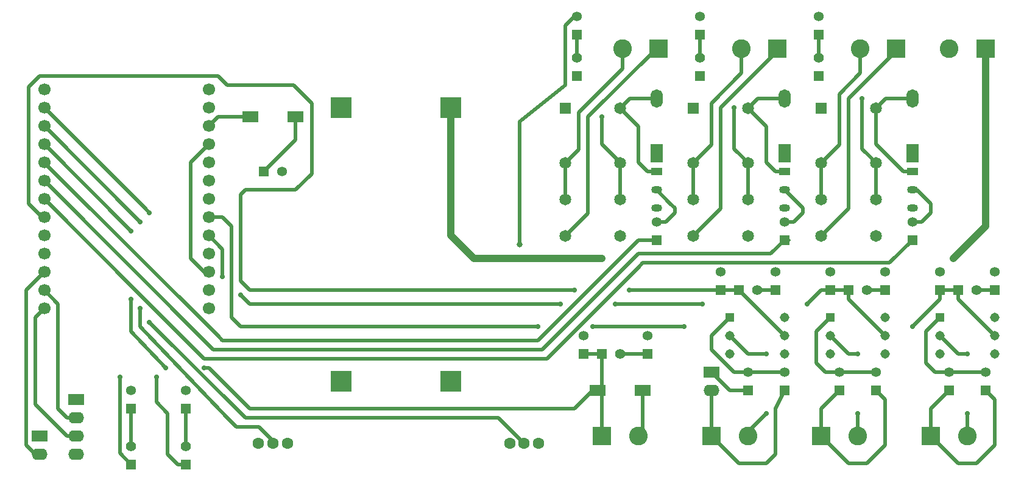
<source format=gbr>
G04 --- HEADER BEGIN --- *
G04 #@! TF.GenerationSoftware,LibrePCB,LibrePCB,1.3.0*
G04 #@! TF.CreationDate,2025-10-25T23:30:35*
G04 #@! TF.ProjectId,GateGuardian - Sommer Twist 350 Swing Gate,8a633c5c-b075-4c35-a81d-aba18a590e16,v1.1*
G04 #@! TF.Part,Single*
G04 #@! TF.SameCoordinates*
G04 #@! TF.FileFunction,Copper,L1,Top*
G04 #@! TF.FilePolarity,Positive*
%FSLAX66Y66*%
%MOMM*%
G01*
G75*
G04 --- HEADER END --- *
G04 --- APERTURE LIST BEGIN --- *
G04 #@! TA.AperFunction,ComponentPad*
%ADD10C,1.36*%
%ADD11R,1.36X1.36*%
%ADD12C,1.7*%
%ADD13R,2.6X2.6*%
%ADD14C,2.6*%
%ADD15O,1.7X2.55*%
%ADD16R,1.7X2.55*%
%ADD17O,2.19X1.587*%
%ADD18R,2.19X1.587*%
G04 #@! TA.AperFunction,SMDPad,CuDef*
%ADD19R,2.3X1.6*%
G04 #@! TA.AperFunction,ComponentPad*
%ADD20R,1.4X1.4*%
%ADD21C,1.4*%
%ADD22C,1.65*%
%ADD23R,1.65X1.65*%
%ADD24C,1.308*%
%ADD25R,1.308X1.308*%
%ADD26R,3.0X3.0*%
%ADD27O,1.5X1.05*%
%ADD28R,1.5X1.05*%
%ADD29C,1.6*%
G04 #@! TA.AperFunction,Conductor*
%ADD30C,0.5*%
G04 #@! TA.AperFunction,ViaPad*
%ADD31C,0.8*%
%ADD32C,0.7*%
%ADD33C,1.0*%
G04 #@! TA.AperFunction,Conductor*
%ADD34C,1.0*%
G04 #@! TD*
G04 --- APERTURE LIST END --- *
G04 --- BOARD BEGIN --- *
D10*
G04 #@! TO.N,VCC*
G04 #@! TO.C,R14*
G04 #@! TO.P,R14,2,2*
X128270000Y29210000D03*
D11*
G04 #@! TO.N,NET_INPUT2*
G04 #@! TO.P,R14,1,1*
X128270000Y26670000D03*
D10*
G04 #@! TO.N,VCC*
G04 #@! TO.C,R8*
G04 #@! TO.P,R8,2,2*
X94932500Y64770000D03*
D11*
G04 #@! TO.N,N22*
G04 #@! TO.P,R8,1,1*
X94932500Y62230000D03*
D12*
G04 #@! TO.N,N38*
G04 #@! TO.C,U4*
G04 #@! TO.P,U4,24,IO0/PRG_LOW/ETH_CLK*
X3810000Y29210000D03*
G04 #@! TO.N,NET_INPUT2*
G04 #@! TO.P,U4,6,IO33/ADC1_CH5/TCH8*
X26670000Y36830000D03*
G04 #@! TO.N,NET_RESET*
G04 #@! TO.P,U4,4,ESP32_EN*
X26670000Y31750000D03*
G04 #@! TO.N,NET_5V_RAIL*
G04 #@! TO.P,U4,12,5V*
X26670000Y52070000D03*
G04 #@! TO.N,N5*
G04 #@! TO.P,U4,25,IO3/PRG_RX*
X3810000Y26670000D03*
G04 #@! TO.N,NET_SENSOR_1*
G04 #@! TO.P,U4,16,IO4/ADC2_CH0/TCH0*
X3810000Y49530000D03*
G04 #@! TO.N,NET_INPUT1*
G04 #@! TO.P,U4,5,IO32/ADC1_CH4/TCH9*
X26670000Y34290000D03*
G04 #@! TO.N,NET_INPUT4*
G04 #@! TO.P,U4,17,IO35/ADC1_CH7/INPUT_ONLY*
X3810000Y46990000D03*
G04 #@! TO.N,VCC*
G04 #@! TO.P,U4,10,3.3V_1*
X26670000Y46990000D03*
G04 #@! TO.N,N6*
G04 #@! TO.P,U4,26,IO1/PRG_TX*
X3810000Y24130000D03*
G04 #@! TO.N,N/C*
G04 #@! TO.P,U4,13,LINK_LED*
X26670000Y54610000D03*
G04 #@! TO.N,GND*
G04 #@! TO.P,U4,11,GND_1*
X26670000Y49530000D03*
G04 #@! TO.N,NET_LED1*
G04 #@! TO.P,U4,8,IO17/UART2_TX*
X26670000Y41910000D03*
G04 #@! TO.N,VCC*
G04 #@! TO.P,U4,3,3.3V_2*
X26670000Y29210000D03*
G04 #@! TO.N,NET_INPUT3*
G04 #@! TO.P,U4,21,IO36/ADC1_CH0/INPUT_ONLY*
X3810000Y36830000D03*
G04 #@! TO.N,N4*
G04 #@! TO.P,U4,22,IO39/ADC1_CH3/INPUT_ONLY*
X3810000Y34290000D03*
G04 #@! TO.N,GND*
G04 #@! TO.P,U4,23,GND_4*
X3810000Y31750000D03*
G04 #@! TO.N,NET_SENSOR_2*
G04 #@! TO.P,U4,15,IO2/ADC2_CH2/TCH2/PRG_FLOAT_OR_G*
X3810000Y52070000D03*
G04 #@! TO.N,NET_OUTPUT3*
G04 #@! TO.P,U4,18,IO12/ADC2_CH5/TCH5/BOOT_FLOAT_OR*
X3810000Y44450000D03*
G04 #@! TO.N,NET_LED2*
G04 #@! TO.P,U4,7,IO5/BOOT_FLOAT*
X26670000Y39370000D03*
G04 #@! TO.N,GND*
G04 #@! TO.P,U4,9,GND_5*
X26670000Y44450000D03*
G04 #@! TO.N,NET_OUTPUT2*
G04 #@! TO.P,U4,19,IO14/ADC2_CH6/TCH6*
X3810000Y41910000D03*
G04 #@! TO.N,N/C*
G04 #@! TO.P,U4,1,CLK_EN*
X26670000Y24130000D03*
G04 #@! TO.N,GND*
G04 #@! TO.P,U4,14,GND_2*
X3810000Y54610000D03*
G04 #@! TO.N,NET_OUTPUT1*
G04 #@! TO.P,U4,20,IO15/ADC2_CH3/TCH3*
X3810000Y39370000D03*
G04 #@! TO.N,GND*
G04 #@! TO.P,U4,2,GND_3*
X26670000Y26670000D03*
D13*
G04 #@! TO.N,N17*
G04 #@! TO.C,J4*
G04 #@! TO.P,J4,1,1*
X105687500Y60325000D03*
D14*
G04 #@! TO.N,N16*
G04 #@! TO.P,J4,2,2*
X100687500Y60325000D03*
D15*
G04 #@! TO.N,N29*
G04 #@! TO.C,D2*
G04 #@! TO.P,D2,2,A*
X106680000Y53340000D03*
D16*
G04 #@! TO.N,NET_5V_RAIL*
G04 #@! TO.P,D2,1,C*
X106680000Y45720000D03*
D10*
G04 #@! TO.N,N33*
G04 #@! TO.C,R12*
G04 #@! TO.P,R12,2,2*
X88900000Y36195000D03*
D11*
G04 #@! TO.N,NET_OUTPUT3*
G04 #@! TO.P,R12,1,1*
X88900000Y33655000D03*
D17*
G04 #@! TO.N,N38*
G04 #@! TO.C,J2*
G04 #@! TO.P,J2,2,2*
X3175000Y3810000D03*
D18*
G04 #@! TO.N,GND*
G04 #@! TO.P,J2,1,1*
X3175000Y6350000D03*
D10*
G04 #@! TO.N,VCC*
G04 #@! TO.C,R15*
G04 #@! TO.P,R15,2,2*
X78740000Y20320000D03*
D11*
G04 #@! TO.N,NET_INPUT4*
G04 #@! TO.P,R15,1,1*
X78740000Y17780000D03*
D19*
G04 #@! TO.N,GND*
G04 #@! TO.C,S2*
G04 #@! TO.P,S2,1,1*
X32410000Y50800000D03*
G04 #@! TO.N,NET_RESET*
G04 #@! TO.P,S2,2,2*
X38710000Y50800000D03*
D20*
G04 #@! TO.N,NET_INPUT4*
G04 #@! TO.C,GATE*
G04 #@! TO.P,GATE,C,C*
X81280000Y17780000D03*
D21*
G04 #@! TO.N,N31*
G04 #@! TO.P,GATE,A,A*
X83820000Y17780000D03*
D10*
G04 #@! TO.N,N45*
G04 #@! TO.C,R17*
G04 #@! TO.P,R17,2,2*
X101600000Y15240000D03*
D11*
G04 #@! TO.N,N37*
G04 #@! TO.P,R17,1,1*
X101600000Y12700000D03*
D13*
G04 #@! TO.N,NET_24V_RAIL*
G04 #@! TO.C,J11*
G04 #@! TO.P,J11,1,1*
X134580000Y60325000D03*
D14*
G04 #@! TO.N,GND*
G04 #@! TO.P,J11,2,2*
X129580000Y60325000D03*
D22*
G04 #@! TO.N,N1*
G04 #@! TO.C,K1*
G04 #@! TO.P,K1,4,COM1*
X111760000Y44340000D03*
G04 #@! TO.N,N20*
G04 #@! TO.P,K1,11,NC2*
X119380000Y39260000D03*
G04 #@! TO.N,N30*
G04 #@! TO.P,K1,16,COIL2*
X119380000Y51960000D03*
G04 #@! TO.N,GND*
G04 #@! TO.P,K1,9,NO2*
X119380000Y34180000D03*
G04 #@! TO.N,N20*
G04 #@! TO.P,K1,13,COM2*
X119380000Y44340000D03*
D23*
G04 #@! TO.N,NET_5V_RAIL*
G04 #@! TO.P,K1,1,COIL1*
X111760000Y51960000D03*
D22*
G04 #@! TO.N,N1*
G04 #@! TO.P,K1,6,NC1*
X111760000Y39260000D03*
G04 #@! TO.N,N15*
G04 #@! TO.P,K1,8,NO1*
X111760000Y34180000D03*
D24*
G04 #@! TO.N,GND*
G04 #@! TO.C,U1*
G04 #@! TO.P,U1,4,E*
X120650000Y17780000D03*
G04 #@! TO.N,N2*
G04 #@! TO.P,U1,2,K*
X113030000Y20320000D03*
D25*
G04 #@! TO.N,N11*
G04 #@! TO.P,U1,1,A*
X113030000Y22860000D03*
D24*
G04 #@! TO.N,NET_INPUT1*
G04 #@! TO.P,U1,5,C*
X120650000Y20320000D03*
G04 #@! TO.N,N/C*
G04 #@! TO.P,U1,3*
X113030000Y17780000D03*
G04 #@! TO.P,U1,6,B*
X120650000Y22860000D03*
G04 #@! TO.N,GND*
G04 #@! TO.C,U2*
G04 #@! TO.P,U2,4,E*
X135890000Y17780000D03*
G04 #@! TO.N,N14*
G04 #@! TO.P,U2,2,K*
X128270000Y20320000D03*
D25*
G04 #@! TO.N,N12*
G04 #@! TO.P,U2,1,A*
X128270000Y22860000D03*
D24*
G04 #@! TO.N,NET_INPUT2*
G04 #@! TO.P,U2,5,C*
X135890000Y20320000D03*
G04 #@! TO.N,N/C*
G04 #@! TO.P,U2,3*
X128270000Y17780000D03*
G04 #@! TO.P,U2,6,B*
X135890000Y22860000D03*
D20*
G04 #@! TO.N,NET_LED1*
G04 #@! TO.C,LED1*
G04 #@! TO.P,LED1,C,C*
X15875000Y2381250D03*
D21*
G04 #@! TO.N,N8*
G04 #@! TO.P,LED1,A,A*
X15875000Y4921250D03*
D17*
G04 #@! TO.N,GND*
G04 #@! TO.C,J1*
G04 #@! TO.P,J1,4,4*
X8255000Y3810000D03*
D18*
G04 #@! TO.N,VCC*
G04 #@! TO.P,J1,1,1*
X8255000Y11430000D03*
D17*
G04 #@! TO.N,N6*
G04 #@! TO.P,J1,3,3*
X8255000Y6350000D03*
G04 #@! TO.N,N5*
G04 #@! TO.P,J1,2,2*
X8255000Y8890000D03*
D20*
G04 #@! TO.N,N23*
G04 #@! TO.C,STOP*
G04 #@! TO.P,STOP,C,C*
X94932500Y56515000D03*
D21*
G04 #@! TO.N,N22*
G04 #@! TO.P,STOP,A,A*
X94932500Y59055000D03*
D10*
G04 #@! TO.N,VCC*
G04 #@! TO.C,R19*
G04 #@! TO.P,R19,2,2*
X97790000Y29210000D03*
D11*
G04 #@! TO.N,NET_INPUT3*
G04 #@! TO.P,R19,1,1*
X97790000Y26670000D03*
D15*
G04 #@! TO.N,N30*
G04 #@! TO.C,D1*
G04 #@! TO.P,D1,2,A*
X124460000Y53340000D03*
D16*
G04 #@! TO.N,NET_5V_RAIL*
G04 #@! TO.P,D1,1,C*
X124460000Y45720000D03*
D20*
G04 #@! TO.N,NET_INPUT1*
G04 #@! TO.C,LOCK*
G04 #@! TO.P,LOCK,C,C*
X115570000Y26670000D03*
D21*
G04 #@! TO.N,N9*
G04 #@! TO.P,LOCK,A,A*
X118110000Y26670000D03*
D19*
G04 #@! TO.N,GND*
G04 #@! TO.C,S4*
G04 #@! TO.P,S4,1,1*
X86970000Y12700000D03*
G04 #@! TO.N,NET_INPUT4*
G04 #@! TO.P,S4,2,2*
X80670000Y12700000D03*
D17*
G04 #@! TO.N,N36*
G04 #@! TO.C,J12*
G04 #@! TO.P,J12,2,2*
X96520000Y12700000D03*
D18*
G04 #@! TO.N,N37*
G04 #@! TO.P,J12,1,1*
X96520000Y15240000D03*
D10*
G04 #@! TO.N,VCC*
G04 #@! TO.C,R21*
G04 #@! TO.P,R21,2,2*
X135890000Y29210000D03*
D11*
G04 #@! TO.N,N35*
G04 #@! TO.P,R21,1,1*
X135890000Y26670000D03*
D26*
G04 #@! TO.N,GND*
G04 #@! TO.C,U5*
G04 #@! TO.P,U5,GND1,GND1*
X45085000Y52070000D03*
G04 #@! TO.N,NET_24V_RAIL*
G04 #@! TO.P,U5,IN,IN*
X60325000Y52070000D03*
G04 #@! TO.N,GND*
G04 #@! TO.P,U5,GND2,GND2*
X45085000Y13970000D03*
G04 #@! TO.N,NET_5V_RAIL*
G04 #@! TO.P,U5,OUT,OUT*
X60325000Y13970000D03*
D10*
G04 #@! TO.N,N26*
G04 #@! TO.C,R10*
G04 #@! TO.P,R10,2,2*
X124460000Y36195000D03*
D11*
G04 #@! TO.N,NET_OUTPUT1*
G04 #@! TO.P,R10,1,1*
X124460000Y33655000D03*
D10*
G04 #@! TO.N,N11*
G04 #@! TO.C,R4*
G04 #@! TO.P,R4,2,2*
X119380000Y15240000D03*
D11*
G04 #@! TO.N,N3*
G04 #@! TO.P,R4,1,1*
X119380000Y12700000D03*
D10*
G04 #@! TO.N,N12*
G04 #@! TO.C,R6*
G04 #@! TO.P,R6,2,2*
X134620000Y15240000D03*
D11*
G04 #@! TO.N,N13*
G04 #@! TO.P,R6,1,1*
X134620000Y12700000D03*
D20*
G04 #@! TO.N,N24*
G04 #@! TO.C,CLOSE*
G04 #@! TO.P,CLOSE,C,C*
X77787500Y56515000D03*
D21*
G04 #@! TO.N,N25*
G04 #@! TO.P,CLOSE,A,A*
X77787500Y59055000D03*
D22*
G04 #@! TO.N,N18*
G04 #@! TO.C,K3*
G04 #@! TO.P,K3,4,COM1*
X76200000Y44340000D03*
G04 #@! TO.N,N24*
G04 #@! TO.P,K3,11,NC2*
X83820000Y39260000D03*
G04 #@! TO.N,N27*
G04 #@! TO.P,K3,16,COIL2*
X83820000Y51960000D03*
G04 #@! TO.N,GND*
G04 #@! TO.P,K3,9,NO2*
X83820000Y34180000D03*
G04 #@! TO.N,N24*
G04 #@! TO.P,K3,13,COM2*
X83820000Y44340000D03*
D23*
G04 #@! TO.N,NET_5V_RAIL*
G04 #@! TO.P,K3,1,COIL1*
X76200000Y51960000D03*
D22*
G04 #@! TO.N,N18*
G04 #@! TO.P,K3,6,NC1*
X76200000Y39260000D03*
G04 #@! TO.N,N19*
G04 #@! TO.P,K3,8,NO1*
X76200000Y34180000D03*
D10*
G04 #@! TO.N,N45*
G04 #@! TO.C,R18*
G04 #@! TO.P,R18,2,2*
X106680000Y15240000D03*
D11*
G04 #@! TO.N,N36*
G04 #@! TO.P,R18,1,1*
X106680000Y12700000D03*
D10*
G04 #@! TO.N,VCC*
G04 #@! TO.C,R9*
G04 #@! TO.P,R9,2,2*
X77787500Y64770000D03*
D11*
G04 #@! TO.N,N25*
G04 #@! TO.P,R9,1,1*
X77787500Y62230000D03*
D10*
G04 #@! TO.N,VCC*
G04 #@! TO.C,R22*
G04 #@! TO.P,R22,2,2*
X105410000Y29210000D03*
D11*
G04 #@! TO.N,N39*
G04 #@! TO.P,R22,1,1*
X105410000Y26670000D03*
D27*
G04 #@! TO.N,N33*
G04 #@! TO.C,Q3*
G04 #@! TO.P,Q3,2,B*
X88900000Y40640000D03*
G04 #@! TO.N,GND*
G04 #@! TO.P,Q3,3,E*
X88900000Y38100000D03*
D28*
G04 #@! TO.N,N27*
G04 #@! TO.P,Q3,1,C*
X88900000Y43180000D03*
D29*
G04 #@! TO.N,VCC*
G04 #@! TO.C,J15*
G04 #@! TO.P,J15,3,3*
X68485000Y5312500D03*
G04 #@! TO.N,GND*
G04 #@! TO.P,J15,1,1*
X72485000Y5312500D03*
G04 #@! TO.N,NET_SENSOR_2*
G04 #@! TO.P,J15,2,2*
X70485000Y5312500D03*
D27*
G04 #@! TO.N,N26*
G04 #@! TO.C,Q1*
G04 #@! TO.P,Q1,2,B*
X124460000Y40640000D03*
G04 #@! TO.N,GND*
G04 #@! TO.P,Q1,3,E*
X124460000Y38100000D03*
D28*
G04 #@! TO.N,N30*
G04 #@! TO.P,Q1,1,C*
X124460000Y43180000D03*
D13*
G04 #@! TO.N,N19*
G04 #@! TO.C,J5*
G04 #@! TO.P,J5,1,1*
X89177500Y60325000D03*
D14*
G04 #@! TO.N,N18*
G04 #@! TO.P,J5,2,2*
X84177500Y60325000D03*
D27*
G04 #@! TO.N,N34*
G04 #@! TO.C,Q2*
G04 #@! TO.P,Q2,2,B*
X106680000Y40640000D03*
G04 #@! TO.N,GND*
G04 #@! TO.P,Q2,3,E*
X106680000Y38100000D03*
D28*
G04 #@! TO.N,N29*
G04 #@! TO.P,Q2,1,C*
X106680000Y43180000D03*
D10*
G04 #@! TO.N,VCC*
G04 #@! TO.C,R25*
G04 #@! TO.P,R25,2,2*
X36830000Y43180000D03*
D11*
G04 #@! TO.N,NET_RESET*
G04 #@! TO.P,R25,1,1*
X34290000Y43180000D03*
D10*
G04 #@! TO.N,VCC*
G04 #@! TO.C,R23*
G04 #@! TO.P,R23,2,2*
X87630000Y20320000D03*
D11*
G04 #@! TO.N,N31*
G04 #@! TO.P,R23,1,1*
X87630000Y17780000D03*
D20*
G04 #@! TO.N,NET_INPUT3*
G04 #@! TO.C,EYE*
G04 #@! TO.P,EYE,C,C*
X100330000Y26670000D03*
D21*
G04 #@! TO.N,N39*
G04 #@! TO.P,EYE,A,A*
X102870000Y26670000D03*
D13*
G04 #@! TO.N,N36*
G04 #@! TO.C,J8*
G04 #@! TO.P,J8,1,1*
X96560000Y6350000D03*
D14*
G04 #@! TO.N,N41*
G04 #@! TO.P,J8,2,2*
X101560000Y6350000D03*
D15*
G04 #@! TO.N,N27*
G04 #@! TO.C,D3*
G04 #@! TO.P,D3,2,A*
X88900000Y53340000D03*
D16*
G04 #@! TO.N,NET_5V_RAIL*
G04 #@! TO.P,D3,1,C*
X88900000Y45720000D03*
D10*
G04 #@! TO.N,VCC*
G04 #@! TO.C,R2*
G04 #@! TO.P,R2,2,2*
X23495000Y12700000D03*
D11*
G04 #@! TO.N,N7*
G04 #@! TO.P,R2,1,1*
X23495000Y10160000D03*
D10*
G04 #@! TO.N,N12*
G04 #@! TO.C,R5*
G04 #@! TO.P,R5,2,2*
X129540000Y15240000D03*
D11*
G04 #@! TO.N,N13*
G04 #@! TO.P,R5,1,1*
X129540000Y12700000D03*
D29*
G04 #@! TO.N,VCC*
G04 #@! TO.C,J10*
G04 #@! TO.P,J10,3,3*
X33560000Y5312500D03*
G04 #@! TO.N,GND*
G04 #@! TO.P,J10,1,1*
X37560000Y5312500D03*
G04 #@! TO.N,NET_SENSOR_1*
G04 #@! TO.P,J10,2,2*
X35560000Y5312500D03*
D22*
G04 #@! TO.N,N16*
G04 #@! TO.C,K2*
G04 #@! TO.P,K2,4,COM1*
X93980000Y44340000D03*
G04 #@! TO.N,N23*
G04 #@! TO.P,K2,11,NC2*
X101600000Y39260000D03*
G04 #@! TO.N,N29*
G04 #@! TO.P,K2,16,COIL2*
X101600000Y51960000D03*
G04 #@! TO.N,GND*
G04 #@! TO.P,K2,9,NO2*
X101600000Y34180000D03*
G04 #@! TO.N,N23*
G04 #@! TO.P,K2,13,COM2*
X101600000Y44340000D03*
D23*
G04 #@! TO.N,NET_5V_RAIL*
G04 #@! TO.P,K2,1,COIL1*
X93980000Y51960000D03*
D22*
G04 #@! TO.N,N16*
G04 #@! TO.P,K2,6,NC1*
X93980000Y39260000D03*
G04 #@! TO.N,N17*
G04 #@! TO.P,K2,8,NO1*
X93980000Y34180000D03*
D10*
G04 #@! TO.N,VCC*
G04 #@! TO.C,R7*
G04 #@! TO.P,R7,2,2*
X111442500Y64770000D03*
D11*
G04 #@! TO.N,N21*
G04 #@! TO.P,R7,1,1*
X111442500Y62230000D03*
D20*
G04 #@! TO.N,NET_LED2*
G04 #@! TO.C,LED2*
G04 #@! TO.P,LED2,C,C*
X23495000Y2381250D03*
D21*
G04 #@! TO.N,N7*
G04 #@! TO.P,LED2,A,A*
X23495000Y4921250D03*
D10*
G04 #@! TO.N,VCC*
G04 #@! TO.C,R13*
G04 #@! TO.P,R13,2,2*
X113030000Y29210000D03*
D11*
G04 #@! TO.N,NET_INPUT1*
G04 #@! TO.P,R13,1,1*
X113030000Y26670000D03*
D10*
G04 #@! TO.N,VCC*
G04 #@! TO.C,R20*
G04 #@! TO.P,R20,2,2*
X120650000Y29210000D03*
D11*
G04 #@! TO.N,N9*
G04 #@! TO.P,R20,1,1*
X120650000Y26670000D03*
D13*
G04 #@! TO.N,N13*
G04 #@! TO.C,J7*
G04 #@! TO.P,J7,1,1*
X127040000Y6350000D03*
D14*
G04 #@! TO.N,N14*
G04 #@! TO.P,J7,2,2*
X132040000Y6350000D03*
D13*
G04 #@! TO.N,N3*
G04 #@! TO.C,J6*
G04 #@! TO.P,J6,1,1*
X111800000Y6350000D03*
D14*
G04 #@! TO.N,N2*
G04 #@! TO.P,J6,2,2*
X116800000Y6350000D03*
D13*
G04 #@! TO.N,N15*
G04 #@! TO.C,J3*
G04 #@! TO.P,J3,1,1*
X122197500Y60325000D03*
D14*
G04 #@! TO.N,N1*
G04 #@! TO.P,J3,2,2*
X117197500Y60325000D03*
D24*
G04 #@! TO.N,GND*
G04 #@! TO.C,U3*
G04 #@! TO.P,U3,4,E*
X106680000Y17780000D03*
G04 #@! TO.N,N41*
G04 #@! TO.P,U3,2,K*
X99060000Y20320000D03*
D25*
G04 #@! TO.N,N45*
G04 #@! TO.P,U3,1,A*
X99060000Y22860000D03*
D24*
G04 #@! TO.N,NET_INPUT3*
G04 #@! TO.P,U3,5,C*
X106680000Y20320000D03*
G04 #@! TO.N,N/C*
G04 #@! TO.P,U3,3*
X99060000Y17780000D03*
G04 #@! TO.P,U3,6,B*
X106680000Y22860000D03*
D20*
G04 #@! TO.N,N20*
G04 #@! TO.C,OPEN*
G04 #@! TO.P,OPEN,C,C*
X111442500Y56515000D03*
D21*
G04 #@! TO.N,N21*
G04 #@! TO.P,OPEN,A,A*
X111442500Y59055000D03*
D10*
G04 #@! TO.N,N11*
G04 #@! TO.C,R3*
G04 #@! TO.P,R3,2,2*
X114300000Y15240000D03*
D11*
G04 #@! TO.N,N3*
G04 #@! TO.P,R3,1,1*
X114300000Y12700000D03*
D20*
G04 #@! TO.N,NET_INPUT2*
G04 #@! TO.C,LIGHT*
G04 #@! TO.P,LIGHT,C,C*
X130810000Y26670000D03*
D21*
G04 #@! TO.N,N35*
G04 #@! TO.P,LIGHT,A,A*
X133350000Y26670000D03*
D10*
G04 #@! TO.N,VCC*
G04 #@! TO.C,R1*
G04 #@! TO.P,R1,2,2*
X15875000Y12700000D03*
D11*
G04 #@! TO.N,N8*
G04 #@! TO.P,R1,1,1*
X15875000Y10160000D03*
D13*
G04 #@! TO.N,NET_INPUT4*
G04 #@! TO.C,J9*
G04 #@! TO.P,J9,1,1*
X81320000Y6350000D03*
D14*
G04 #@! TO.N,GND*
G04 #@! TO.P,J9,2,2*
X86320000Y6350000D03*
D10*
G04 #@! TO.N,N34*
G04 #@! TO.C,R11*
G04 #@! TO.P,R11,2,2*
X106680000Y36195000D03*
D11*
G04 #@! TO.N,NET_OUTPUT2*
G04 #@! TO.P,R11,1,1*
X106680000Y33655000D03*
D30*
G04 #@! TD.C*
G04 #@! TD.P*
G04 #@! TO.N,N3*
X118110000Y2540000D02*
X115570000Y2540000D01*
X120650000Y5080000D02*
X118110000Y2540000D01*
X119380000Y12700000D02*
X120650000Y11430000D01*
X111800000Y10200000D02*
X114300000Y12700000D01*
X111800000Y6350000D02*
X111800000Y10200000D01*
X120650000Y11430000D02*
X120650000Y5080000D01*
X115570000Y2540000D02*
X111800000Y6350000D01*
G04 #@! TO.N,N18*
X84177500Y60325000D02*
X84177500Y57507500D01*
X78105000Y46245000D02*
X76200000Y44340000D01*
X78105000Y51435000D02*
X78105000Y46245000D01*
X84177500Y57507500D02*
X78105000Y51435000D01*
X76200000Y39260000D02*
X76200000Y44340000D01*
G04 #@! TO.N,N29*
X106680000Y53340000D02*
X102980000Y53340000D01*
X106680000Y43180000D02*
X105410000Y43180000D01*
X105410000Y43180000D02*
X104140000Y44450000D01*
X102980000Y53340000D02*
X101600000Y51960000D01*
X104140000Y49420000D02*
X101600000Y51960000D01*
X104140000Y44450000D02*
X104140000Y49420000D01*
G04 #@! TO.N,N5*
X5715000Y10160000D02*
X5715000Y24765000D01*
X5715000Y24765000D02*
X3810000Y26670000D01*
X8255000Y8890000D02*
X6985000Y8890000D01*
X6985000Y8890000D02*
X5715000Y10160000D01*
G04 #@! TO.N,N38*
X3175000Y3810000D02*
X2540000Y3810000D01*
X2540000Y3810000D02*
X1270000Y5080000D01*
X1270000Y5080000D02*
X1270000Y26670000D01*
X1270000Y26670000D02*
X3810000Y29210000D01*
G04 #@! TO.N,N15*
X115570000Y37990000D02*
X111760000Y34180000D01*
X122197500Y59967500D02*
X115570000Y53340000D01*
X115570000Y53340000D02*
X115570000Y37990000D01*
X122197500Y60325000D02*
X122197500Y59967500D01*
D31*
G04 #@! TO.N,VCC*
X69850000Y33020000D03*
D30*
X76200000Y63500000D02*
X76200000Y55245000D01*
X76200000Y55245000D02*
X69850000Y50165000D01*
X26670000Y29210000D02*
X26035000Y29210000D01*
X77470000Y64770000D02*
X76200000Y63500000D01*
X77787500Y64770000D02*
X77470000Y64770000D01*
X24130000Y44450000D02*
X26670000Y46990000D01*
X69850000Y33020000D02*
X69850000Y50165000D01*
X24130000Y31115000D02*
X24130000Y44450000D01*
X26035000Y29210000D02*
X24130000Y31115000D01*
G04 #@! TO.N,NET_OUTPUT2*
X106680000Y33655000D02*
X107315000Y33655000D01*
X73025000Y18415000D02*
X73660000Y19050000D01*
X86995000Y31750000D02*
X86360000Y31750000D01*
X27305000Y18415000D02*
X3810000Y41910000D01*
X73660000Y19050000D02*
X86360000Y31750000D01*
X86995000Y31750000D02*
X104775000Y31750000D01*
X104775000Y31750000D02*
X106680000Y33655000D01*
X73025000Y18415000D02*
X27305000Y18415000D01*
G04 #@! TO.N,N6*
X2540000Y22860000D02*
X2540000Y10795000D01*
X6985000Y6350000D02*
X2540000Y10795000D01*
X3810000Y24130000D02*
X2540000Y22860000D01*
X8255000Y6350000D02*
X6985000Y6350000D01*
G04 #@! TO.N,N19*
X79375000Y37355000D02*
X76200000Y34180000D01*
X79375000Y50800000D02*
X79375000Y37355000D01*
X89177500Y60325000D02*
X88900000Y60325000D01*
X88900000Y60325000D02*
X79375000Y50800000D01*
D32*
G04 #@! TO.N,NET_INPUT4*
X20637500Y15875000D03*
X26035000Y15875000D03*
X15875000Y25400000D03*
X15875000Y34925000D03*
D30*
X26670000Y15875000D02*
X26035000Y15875000D01*
X20637500Y15875000D02*
X15875000Y20955000D01*
X32385000Y10160000D02*
X26670000Y15875000D01*
X81320000Y6350000D02*
X81320000Y12050000D01*
X81280000Y13310000D02*
X80670000Y12700000D01*
X15875000Y34925000D02*
X3810000Y46990000D01*
X81280000Y17780000D02*
X81280000Y13310000D01*
X78740000Y17780000D02*
X81280000Y17780000D01*
X80010000Y12700000D02*
X80670000Y12700000D01*
X57785000Y10160000D02*
X32385000Y10160000D01*
X81320000Y12050000D02*
X80670000Y12700000D01*
X15875000Y20955000D02*
X15875000Y25400000D01*
X77470000Y10160000D02*
X57785000Y10160000D01*
X77470000Y10160000D02*
X80010000Y12700000D01*
G04 #@! TO.N,N8*
X15875000Y10160000D02*
X15875000Y4921250D01*
G04 #@! TO.N,N39*
X105410000Y26670000D02*
X102870000Y26670000D01*
G04 #@! TO.N,NET_OUTPUT3*
X72390000Y19685000D02*
X28575000Y19685000D01*
X28575000Y19685000D02*
X27940000Y20320000D01*
X4445000Y43815000D02*
X27940000Y20320000D01*
X3810000Y44450000D02*
X4445000Y43815000D01*
X88900000Y33655000D02*
X86360000Y33655000D01*
X86360000Y33655000D02*
X72390000Y19685000D01*
G04 #@! TO.N,NET_RESET*
X38710000Y50800000D02*
X38710000Y47600000D01*
X38710000Y47600000D02*
X34290000Y43180000D01*
G04 #@! TO.N,N36*
X104140000Y2540000D02*
X100330000Y2540000D01*
X100330000Y2540000D02*
X96560000Y6350000D01*
X106680000Y12700000D02*
X105410000Y10160000D01*
X105410000Y3810000D02*
X104140000Y2540000D01*
X105410000Y10160000D02*
X105410000Y3810000D01*
X96520000Y12700000D02*
X96560000Y6350000D01*
D32*
G04 #@! TO.N,NET_SENSOR_1*
X17145000Y36195000D03*
X17145000Y24130000D03*
D30*
X17145000Y36195000D02*
X3810000Y49530000D01*
X35560000Y5715000D02*
X33655000Y7620000D01*
X33655000Y7620000D02*
X30480000Y7620000D01*
X35560000Y5312500D02*
X35560000Y5715000D01*
X29210000Y8890000D02*
X17145000Y21590000D01*
X17145000Y21590000D02*
X17145000Y24130000D01*
X30480000Y7620000D02*
X29210000Y8890000D01*
D32*
G04 #@! TO.N,N20*
X117475000Y53340000D03*
D30*
X117475000Y53340000D02*
X117475000Y46355000D01*
X119380000Y44450000D02*
X117475000Y46355000D01*
X119380000Y44340000D02*
X119380000Y39260000D01*
X119380000Y44340000D02*
X119380000Y44450000D01*
G04 #@! TO.N,N26*
X124460000Y36195000D02*
X125730000Y36195000D01*
X125095000Y40640000D02*
X127000000Y38735000D01*
X124460000Y40640000D02*
X125095000Y40640000D01*
X125730000Y36195000D02*
X127000000Y37465000D01*
X127000000Y38735000D02*
X127000000Y37465000D01*
D32*
G04 #@! TO.N,NET_INPUT3*
X85090000Y26670000D03*
X77470000Y26670000D03*
D30*
X3492500Y36830000D02*
X3810000Y36830000D01*
X85090000Y26670000D02*
X97790000Y26670000D01*
X29210000Y55245000D02*
X27940000Y56515000D01*
X38735000Y40640000D02*
X40957500Y42862500D01*
X3175000Y56515000D02*
X1587500Y54927500D01*
X40957500Y42862500D02*
X40957500Y52705000D01*
X27940000Y56515000D02*
X8255000Y56515000D01*
X40957500Y52705000D02*
X38417500Y55245000D01*
X77470000Y26670000D02*
X32385000Y26670000D01*
X100330000Y26670000D02*
X97790000Y26670000D01*
X32385000Y26670000D02*
X31115000Y27940000D01*
X106680000Y20320000D02*
X100330000Y26670000D01*
X38417500Y55245000D02*
X29210000Y55245000D01*
X31115000Y27940000D02*
X31115000Y37465000D01*
X1587500Y38735000D02*
X3492500Y36830000D01*
X31115000Y40005000D02*
X31750000Y40640000D01*
X1587500Y54927500D02*
X1587500Y38735000D01*
X31750000Y40640000D02*
X38735000Y40640000D01*
X3175000Y56515000D02*
X8255000Y56515000D01*
X31115000Y37465000D02*
X31115000Y40005000D01*
G04 #@! TO.N,N27*
X88900000Y53340000D02*
X85200000Y53340000D01*
X86360000Y44450000D02*
X86360000Y49420000D01*
X85200000Y53340000D02*
X83820000Y51960000D01*
X86360000Y49420000D02*
X83820000Y51960000D01*
X88900000Y43180000D02*
X87630000Y43180000D01*
X87630000Y43180000D02*
X86360000Y44450000D01*
G04 #@! TO.N,N11*
X111125000Y16510000D02*
X111125000Y20955000D01*
X119380000Y15240000D02*
X114300000Y15240000D01*
X114300000Y15240000D02*
X112395000Y15240000D01*
X112395000Y15240000D02*
X111125000Y16510000D01*
X111125000Y20955000D02*
X113030000Y22860000D01*
D32*
G04 #@! TO.N,N2*
X116800000Y17740000D03*
X116800000Y9485000D03*
D30*
X115610000Y17740000D02*
X113030000Y20320000D01*
X116800000Y9485000D02*
X116800000Y6350000D01*
X116800000Y17740000D02*
X115610000Y17740000D01*
G04 #@! TO.N,NET_OUTPUT1*
X121285000Y30480000D02*
X86995000Y30480000D01*
X73660000Y17145000D02*
X86360000Y29845000D01*
X17145000Y26035000D02*
X3810000Y39370000D01*
X26035000Y17145000D02*
X17145000Y26035000D01*
X86995000Y30480000D02*
X86360000Y29845000D01*
X124460000Y33655000D02*
X121285000Y30480000D01*
X73025000Y17145000D02*
X26035000Y17145000D01*
X73025000Y17145000D02*
X73660000Y17145000D01*
G04 #@! TO.N,N17*
X105687500Y60325000D02*
X105687500Y59967500D01*
X97790000Y52070000D02*
X97790000Y37990000D01*
X97790000Y37990000D02*
X93980000Y34180000D01*
X105687500Y59967500D02*
X97790000Y52070000D01*
G04 #@! TO.N,N45*
X101600000Y15240000D02*
X99695000Y15240000D01*
X96520000Y20320000D02*
X99060000Y22860000D01*
X99695000Y15240000D02*
X96520000Y18415000D01*
X96520000Y18415000D02*
X96520000Y20320000D01*
X106680000Y15240000D02*
X101600000Y15240000D01*
G04 #@! TO.N,N37*
X99060000Y12700000D02*
X96520000Y15240000D01*
X101600000Y12700000D02*
X99060000Y12700000D01*
G04 #@! TO.N,N1*
X111760000Y39260000D02*
X111760000Y44340000D01*
X117197500Y56872500D02*
X114300000Y53975000D01*
X117197500Y60325000D02*
X117197500Y56872500D01*
X114300000Y53975000D02*
X114300000Y46880000D01*
X114300000Y46880000D02*
X111760000Y44340000D01*
G04 #@! TO.N,N25*
X77787500Y59055000D02*
X77787500Y62230000D01*
G04 #@! TO.N,N16*
X96520000Y52705000D02*
X96520000Y46880000D01*
X93980000Y39260000D02*
X93980000Y44340000D01*
X100687500Y56872500D02*
X96520000Y52705000D01*
X100687500Y60325000D02*
X100687500Y56872500D01*
X96520000Y46880000D02*
X93980000Y44340000D01*
G04 #@! TO.N,N9*
X120650000Y26670000D02*
X118110000Y26670000D01*
D32*
G04 #@! TO.N,NET_LED1*
X14287500Y14605000D03*
D30*
X14287500Y14605000D02*
X14287500Y3968750D01*
X14287500Y3968750D02*
X15875000Y2381250D01*
G04 #@! TO.N,N7*
X23495000Y10160000D02*
X23495000Y4921250D01*
D32*
G04 #@! TO.N,NET_INPUT2*
X124460000Y21590000D03*
X92710000Y21590000D03*
X80010000Y21590000D03*
X72390000Y21590000D03*
D30*
X29845000Y22860000D02*
X29845000Y35560000D01*
X130810000Y26670000D02*
X128270000Y26670000D01*
X130810000Y25400000D02*
X135890000Y20320000D01*
X124460000Y21590000D02*
X128270000Y25400000D01*
X26670000Y36830000D02*
X28575000Y36830000D01*
X31115000Y21590000D02*
X29845000Y22860000D01*
X29845000Y35560000D02*
X28575000Y36830000D01*
X72390000Y21590000D02*
X31115000Y21590000D01*
X80010000Y21590000D02*
X92710000Y21590000D01*
X130810000Y26670000D02*
X130810000Y25400000D01*
X128270000Y26670000D02*
X128270000Y25400000D01*
G04 #@! TO.N,N34*
X106680000Y36195000D02*
X107950000Y36195000D01*
X109220000Y38100000D02*
X106680000Y40640000D01*
X107950000Y36195000D02*
X109220000Y37465000D01*
X109220000Y37465000D02*
X109220000Y38100000D01*
D32*
G04 #@! TO.N,N41*
X104140000Y17780000D03*
X104140000Y9525000D03*
D30*
X101600000Y17780000D02*
X99060000Y20320000D01*
X104140000Y17780000D02*
X101600000Y17780000D01*
X104140000Y9525000D02*
X101560000Y6945000D01*
X101560000Y6350000D02*
X101560000Y6945000D01*
G04 #@! TO.N,N30*
X123190000Y43180000D02*
X119380000Y46990000D01*
X120760000Y53340000D02*
X119380000Y51960000D01*
X124460000Y53340000D02*
X120760000Y53340000D01*
X124460000Y43180000D02*
X123190000Y43180000D01*
X119380000Y51960000D02*
X119380000Y46990000D01*
G04 #@! TO.N,N33*
X88900000Y36195000D02*
X90170000Y36195000D01*
X91440000Y38100000D02*
X90805000Y38735000D01*
X90170000Y36195000D02*
X91440000Y37465000D01*
X91440000Y38100000D02*
X91440000Y37465000D01*
X90805000Y38735000D02*
X88900000Y40640000D01*
G04 #@! TO.N,N22*
X94932500Y59055000D02*
X94932500Y62230000D01*
D32*
G04 #@! TO.N,NET_LED2*
X19367500Y14605000D03*
D30*
X19367500Y11112500D02*
X20955000Y9525000D01*
X19367500Y14287500D02*
X19367500Y11112500D01*
X19367500Y14605000D02*
X19367500Y14287500D01*
X22383750Y2381250D02*
X20955000Y3810000D01*
X20955000Y3810000D02*
X20955000Y9525000D01*
X23495000Y2381250D02*
X22383750Y2381250D01*
D32*
G04 #@! TO.N,NET_INPUT1*
X28575000Y28575000D03*
X95250000Y24765000D03*
X83185000Y24765000D03*
X109855000Y24765000D03*
X75565000Y24765000D03*
X31115000Y26035000D03*
D30*
X113030000Y26670000D02*
X111760000Y26670000D01*
X115570000Y26670000D02*
X115570000Y25400000D01*
X31115000Y26035000D02*
X32385000Y24765000D01*
X115570000Y25400000D02*
X120650000Y20320000D01*
X75565000Y24765000D02*
X32385000Y24765000D01*
X28575000Y28575000D02*
X28575000Y32385000D01*
X83185000Y24765000D02*
X95250000Y24765000D01*
X115570000Y26670000D02*
X113030000Y26670000D01*
X28575000Y32385000D02*
X26670000Y34290000D01*
X109855000Y24765000D02*
X111760000Y26670000D01*
G04 #@! TO.N,N35*
X135890000Y26670000D02*
X133350000Y26670000D01*
G04 #@! TO.N,GND*
X27940000Y50800000D02*
X32410000Y50800000D01*
X26670000Y49530000D02*
X27940000Y50800000D01*
D33*
G04 #@! TO.N,NET_24V_RAIL*
X130175000Y31115000D03*
X81280000Y31115000D03*
D34*
X81280000Y31115000D02*
X63500000Y31115000D01*
X63500000Y31115000D02*
X60325000Y34290000D01*
X60325000Y52070000D02*
X60325000Y34290000D01*
X130175000Y31115000D02*
X134580000Y35520000D01*
X134580000Y60325000D02*
X134580000Y35520000D01*
D30*
G04 #@! TO.N,N13*
X134620000Y12700000D02*
X135890000Y11430000D01*
X127040000Y6350000D02*
X127040000Y10200000D01*
X133350000Y2540000D02*
X130810000Y2540000D01*
X127040000Y10200000D02*
X129540000Y12700000D01*
X130810000Y2540000D02*
X127040000Y6350000D01*
X135890000Y5080000D02*
X133350000Y2540000D01*
X135890000Y11430000D02*
X135890000Y5080000D01*
G04 #@! TO.N,N31*
X87630000Y17780000D02*
X83820000Y17780000D01*
G04 #@! TO.N,N21*
X111442500Y59055000D02*
X111442500Y62230000D01*
D32*
G04 #@! TO.N,N24*
X81280000Y50800000D03*
D30*
X81280000Y50800000D02*
X81280000Y46990000D01*
X83820000Y44340000D02*
X83820000Y39260000D01*
X83820000Y44340000D02*
X83820000Y44450000D01*
X83820000Y44450000D02*
X81280000Y46990000D01*
D32*
G04 #@! TO.N,NET_SENSOR_2*
X18415000Y22225000D03*
X18415000Y37465000D03*
D30*
X66907500Y8890000D02*
X70485000Y5312500D01*
X17780000Y38100000D02*
X3810000Y52070000D01*
X31750000Y8890000D02*
X18415000Y22225000D01*
X18415000Y37465000D02*
X17780000Y38100000D01*
X31750000Y8890000D02*
X40237500Y8890000D01*
X40237500Y8890000D02*
X66907500Y8890000D01*
G04 #@! TO.N,N12*
X126365000Y20955000D02*
X128270000Y22860000D01*
X126365000Y16510000D02*
X126365000Y20955000D01*
X134620000Y15240000D02*
X129540000Y15240000D01*
X127635000Y15240000D02*
X126365000Y16510000D01*
X129540000Y15240000D02*
X127635000Y15240000D01*
G04 #@! TO.N,GND*
X86320000Y6350000D02*
X86970000Y7000000D01*
X86970000Y7000000D02*
X86970000Y12700000D01*
D32*
G04 #@! TO.N,N14*
X132040000Y17740000D03*
X132040000Y9485000D03*
D30*
X132040000Y17740000D02*
X130850000Y17740000D01*
X130850000Y17740000D02*
X128270000Y20320000D01*
X132040000Y9485000D02*
X132040000Y6350000D01*
D32*
G04 #@! TO.N,N23*
X99695000Y52070000D03*
D30*
X101600000Y44340000D02*
X101600000Y39260000D01*
X101600000Y44450000D02*
X99695000Y46355000D01*
X99695000Y52070000D02*
X99695000Y46355000D01*
X101600000Y44340000D02*
X101600000Y44450000D01*
G04 --- BOARD END --- *
G04 #@! TF.MD5,5cc45246048b60e238156de8a5ea7f9a*
M02*

</source>
